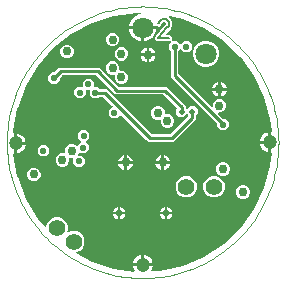
<source format=gbr>
G04 EAGLE Gerber RS-274X export*
G75*
%MOMM*%
%FSLAX35Y35*%
%LPD*%
%INcopper_layer2*%
%IPPOS*%
%AMOC8*
5,1,8,0,0,1.08239X$1,22.5*%
G01*
%ADD10C,0.010000*%
%ADD11C,0.152400*%
%ADD12C,1.800000*%
%ADD13C,1.408000*%
%ADD14C,0.750000*%
%ADD15C,1.200000*%
%ADD16C,0.550000*%
%ADD17C,0.254000*%
%ADD18C,0.500000*%

G36*
X-73578Y-1094811D02*
X-73578Y-1094811D01*
X-73143Y-1094792D01*
X-72502Y-1094522D01*
X-71830Y-1094341D01*
X-71475Y-1094089D01*
X-71075Y-1093921D01*
X-70568Y-1093445D01*
X-70000Y-1093041D01*
X-69755Y-1092681D01*
X-69438Y-1092384D01*
X-69128Y-1091760D01*
X-68737Y-1091185D01*
X-68633Y-1090764D01*
X-68438Y-1090374D01*
X-68365Y-1089681D01*
X-68198Y-1089006D01*
X-68247Y-1088574D01*
X-68201Y-1088142D01*
X-68373Y-1087466D01*
X-68452Y-1086776D01*
X-68664Y-1086325D01*
X-68755Y-1085966D01*
X-68998Y-1085615D01*
X-69255Y-1085069D01*
X-75681Y-1075451D01*
X-82118Y-1059912D01*
X-84547Y-1047699D01*
X-6351Y-1047699D01*
X-5706Y-1047583D01*
X-5050Y-1047564D01*
X-4609Y-1047386D01*
X-4142Y-1047302D01*
X-3577Y-1046968D01*
X-2969Y-1046723D01*
X-2618Y-1046403D01*
X-2208Y-1046161D01*
X-1794Y-1045651D01*
X-1311Y-1045210D01*
X-1093Y-1044788D01*
X-793Y-1044418D01*
X-582Y-1043796D01*
X-282Y-1043215D01*
X-201Y-1042671D01*
X-72Y-1042293D01*
X-84Y-1041893D01*
X-2Y-1041349D01*
X-2Y-1034998D01*
X2Y-1034998D01*
X2Y-1041349D01*
X118Y-1041994D01*
X137Y-1042650D01*
X315Y-1043091D01*
X399Y-1043559D01*
X732Y-1044123D01*
X978Y-1044732D01*
X1298Y-1045083D01*
X1540Y-1045492D01*
X2049Y-1045906D01*
X2491Y-1046390D01*
X2913Y-1046608D01*
X3282Y-1046908D01*
X3905Y-1047119D01*
X4486Y-1047418D01*
X5030Y-1047500D01*
X5408Y-1047628D01*
X5807Y-1047617D01*
X6351Y-1047699D01*
X84547Y-1047699D01*
X82118Y-1059912D01*
X75681Y-1075452D01*
X70699Y-1082907D01*
X70534Y-1083286D01*
X70288Y-1083618D01*
X70089Y-1084307D01*
X69802Y-1084965D01*
X69778Y-1085378D01*
X69663Y-1085774D01*
X69716Y-1086489D01*
X69676Y-1087206D01*
X69798Y-1087602D01*
X69828Y-1088013D01*
X70127Y-1088666D01*
X70338Y-1089351D01*
X70590Y-1089678D01*
X70762Y-1090055D01*
X71269Y-1090563D01*
X71706Y-1091131D01*
X72055Y-1091351D01*
X72348Y-1091644D01*
X73000Y-1091944D01*
X73607Y-1092325D01*
X74011Y-1092409D01*
X74387Y-1092582D01*
X75304Y-1092678D01*
X75805Y-1092782D01*
X76007Y-1092751D01*
X76263Y-1092778D01*
X147022Y-1089600D01*
X147471Y-1089498D01*
X148150Y-1089447D01*
X339215Y-1045838D01*
X339638Y-1045658D01*
X340297Y-1045486D01*
X520505Y-968461D01*
X520889Y-968209D01*
X521508Y-967922D01*
X685066Y-859958D01*
X685399Y-859641D01*
X685956Y-859248D01*
X827608Y-723815D01*
X827878Y-723445D01*
X828357Y-722958D01*
X943550Y-564408D01*
X943751Y-563993D01*
X944134Y-563431D01*
X1029166Y-386860D01*
X1029289Y-386418D01*
X1029566Y-385794D01*
X1081703Y-196878D01*
X1081738Y-196497D01*
X1081862Y-196132D01*
X1081857Y-195962D01*
X1081907Y-195758D01*
X1091232Y-92145D01*
X1091193Y-91709D01*
X1091250Y-91276D01*
X1091115Y-90683D01*
X1091108Y-90444D01*
X1091075Y-90362D01*
X1091035Y-89909D01*
X1090847Y-89514D01*
X1090749Y-89088D01*
X1090369Y-88508D01*
X1090072Y-87881D01*
X1089758Y-87576D01*
X1089518Y-87210D01*
X1088961Y-86800D01*
X1088463Y-86315D01*
X1088063Y-86138D01*
X1087711Y-85879D01*
X1087699Y-85876D01*
X1087699Y-6351D01*
X1087583Y-5706D01*
X1087564Y-5050D01*
X1087386Y-4609D01*
X1087302Y-4142D01*
X1086968Y-3577D01*
X1086723Y-2969D01*
X1086403Y-2618D01*
X1086161Y-2208D01*
X1085651Y-1794D01*
X1085210Y-1311D01*
X1084788Y-1093D01*
X1084418Y-793D01*
X1083796Y-582D01*
X1083215Y-282D01*
X1082671Y-201D01*
X1082293Y-72D01*
X1081893Y-84D01*
X1081349Y-2D01*
X1074998Y-2D01*
X1074998Y2D01*
X1081349Y2D01*
X1081994Y118D01*
X1082650Y137D01*
X1083091Y315D01*
X1083559Y399D01*
X1084123Y732D01*
X1084732Y978D01*
X1085083Y1298D01*
X1085492Y1540D01*
X1085906Y2049D01*
X1086390Y2491D01*
X1086608Y2913D01*
X1086908Y3282D01*
X1087119Y3905D01*
X1087418Y4486D01*
X1087500Y5030D01*
X1087628Y5408D01*
X1087617Y5807D01*
X1087699Y6351D01*
X1087699Y85932D01*
X1088032Y86049D01*
X1088369Y86328D01*
X1088758Y86528D01*
X1089227Y87039D01*
X1089761Y87481D01*
X1089979Y87860D01*
X1090275Y88183D01*
X1090536Y88826D01*
X1090882Y89426D01*
X1090955Y89857D01*
X1091120Y90263D01*
X1091172Y91136D01*
X1091257Y91639D01*
X1091215Y91861D01*
X1091232Y92145D01*
X1081906Y195758D01*
X1081785Y196201D01*
X1081703Y196878D01*
X1029566Y385794D01*
X1029367Y386209D01*
X1029166Y386860D01*
X944134Y563431D01*
X943864Y563803D01*
X943550Y564408D01*
X828357Y722958D01*
X828025Y723277D01*
X827608Y723815D01*
X685956Y859248D01*
X685572Y859503D01*
X685066Y859958D01*
X521507Y967922D01*
X521085Y968103D01*
X520505Y968461D01*
X340297Y1045486D01*
X339849Y1045589D01*
X339214Y1045838D01*
X228245Y1071166D01*
X228064Y1071174D01*
X227895Y1071235D01*
X226950Y1071226D01*
X226003Y1071271D01*
X225831Y1071216D01*
X225650Y1071214D01*
X224765Y1070876D01*
X223864Y1070588D01*
X223722Y1070477D01*
X223553Y1070413D01*
X222843Y1069789D01*
X222096Y1069205D01*
X222002Y1069051D01*
X221866Y1068932D01*
X221416Y1068098D01*
X220921Y1067292D01*
X220886Y1067115D01*
X220800Y1066956D01*
X220668Y1066020D01*
X220484Y1065090D01*
X220513Y1064912D01*
X220488Y1064733D01*
X220690Y1063811D01*
X220841Y1062874D01*
X220930Y1062717D01*
X220968Y1062540D01*
X221480Y1061744D01*
X221947Y1060920D01*
X222085Y1060804D01*
X222182Y1060652D01*
X223658Y1059477D01*
X232261Y1054510D01*
X250551Y1022830D01*
X250551Y989911D01*
X239026Y963019D01*
X229728Y954164D01*
X229555Y953927D01*
X229269Y953678D01*
X201240Y920702D01*
X200920Y920152D01*
X200519Y919659D01*
X200360Y919189D01*
X200111Y918761D01*
X200003Y918135D01*
X199798Y917533D01*
X199813Y917038D01*
X199728Y916549D01*
X199845Y915924D01*
X199863Y915289D01*
X200048Y914830D01*
X200139Y914342D01*
X200466Y913796D01*
X200704Y913208D01*
X201038Y912842D01*
X201293Y912416D01*
X201789Y912018D01*
X202217Y911549D01*
X202656Y911323D01*
X203044Y911012D01*
X203648Y910811D01*
X204212Y910521D01*
X204783Y910435D01*
X205174Y910305D01*
X205558Y910318D01*
X206078Y910240D01*
X234372Y910240D01*
X250551Y894061D01*
X250551Y871179D01*
X247711Y868339D01*
X247204Y867609D01*
X246643Y866919D01*
X246566Y866692D01*
X246430Y866497D01*
X246208Y865637D01*
X245922Y864793D01*
X245929Y864554D01*
X245869Y864323D01*
X245961Y863437D01*
X245986Y862549D01*
X246076Y862328D01*
X246100Y862090D01*
X246495Y861291D01*
X246828Y860468D01*
X246988Y860291D01*
X247094Y860077D01*
X247742Y859465D01*
X248340Y858809D01*
X248553Y858700D01*
X248726Y858536D01*
X249546Y858188D01*
X250336Y857781D01*
X250597Y857741D01*
X250793Y857658D01*
X251306Y857635D01*
X252201Y857500D01*
X289675Y857500D01*
X315510Y831665D01*
X316048Y831291D01*
X316525Y830841D01*
X316962Y830655D01*
X317353Y830383D01*
X317989Y830220D01*
X318592Y829964D01*
X319066Y829942D01*
X319527Y829823D01*
X320180Y829891D01*
X320834Y829861D01*
X321287Y830005D01*
X321760Y830054D01*
X322348Y830345D01*
X322972Y830544D01*
X323415Y830872D01*
X323773Y831048D01*
X324047Y831338D01*
X324489Y831665D01*
X350324Y857500D01*
X389675Y857500D01*
X417500Y829675D01*
X417500Y790324D01*
X389675Y762499D01*
X350324Y762499D01*
X324489Y788334D01*
X323952Y788708D01*
X323474Y789159D01*
X323037Y789345D01*
X322646Y789616D01*
X322011Y789780D01*
X321408Y790036D01*
X320933Y790058D01*
X320473Y790177D01*
X319820Y790109D01*
X319165Y790139D01*
X318713Y789994D01*
X318240Y789945D01*
X317652Y789655D01*
X317027Y789455D01*
X316585Y789128D01*
X316227Y788952D01*
X315953Y788661D01*
X315510Y788334D01*
X304560Y777384D01*
X304319Y777038D01*
X304009Y776755D01*
X303684Y776125D01*
X303278Y775541D01*
X303173Y775133D01*
X302981Y774760D01*
X302846Y773866D01*
X302718Y773368D01*
X302740Y773157D01*
X302700Y772895D01*
X302700Y581175D01*
X302775Y580761D01*
X302755Y580341D01*
X302832Y580102D01*
X302835Y579988D01*
X302976Y579638D01*
X303097Y578966D01*
X303311Y578604D01*
X303439Y578203D01*
X303978Y577473D01*
X304238Y577032D01*
X304402Y576899D01*
X304560Y576685D01*
X581660Y299585D01*
X582391Y299077D01*
X583081Y298516D01*
X583308Y298439D01*
X583503Y298303D01*
X584364Y298081D01*
X585207Y297795D01*
X585446Y297802D01*
X585677Y297743D01*
X586563Y297834D01*
X587451Y297860D01*
X587672Y297949D01*
X587910Y297974D01*
X588709Y298368D01*
X589532Y298701D01*
X589708Y298861D01*
X589923Y298968D01*
X590537Y299617D01*
X591191Y300214D01*
X591300Y300425D01*
X591464Y300600D01*
X591813Y301421D01*
X592219Y302209D01*
X592258Y302471D01*
X592341Y302666D01*
X592365Y303179D01*
X592499Y304074D01*
X592499Y321438D01*
X601253Y342571D01*
X617429Y358747D01*
X638562Y367500D01*
X661438Y367500D01*
X682571Y358747D01*
X698747Y342571D01*
X707500Y321438D01*
X707500Y298562D01*
X698747Y277429D01*
X682571Y261253D01*
X661438Y252499D01*
X644074Y252499D01*
X643201Y252343D01*
X642314Y252251D01*
X642100Y252145D01*
X641865Y252103D01*
X641101Y251652D01*
X640301Y251257D01*
X640137Y251083D01*
X639932Y250962D01*
X639372Y250273D01*
X638760Y249625D01*
X638667Y249404D01*
X638516Y249219D01*
X638230Y248376D01*
X637883Y247558D01*
X637872Y247320D01*
X637795Y247093D01*
X637821Y246203D01*
X637780Y245316D01*
X637853Y245088D01*
X637860Y244849D01*
X638193Y244026D01*
X638464Y243178D01*
X638622Y242963D01*
X638701Y242768D01*
X639046Y242390D01*
X639585Y241660D01*
X681885Y199360D01*
X682231Y199119D01*
X682514Y198809D01*
X683144Y198484D01*
X683728Y198078D01*
X684137Y197973D01*
X684510Y197781D01*
X685404Y197646D01*
X685902Y197518D01*
X686113Y197540D01*
X686375Y197500D01*
X699675Y197500D01*
X727500Y169675D01*
X727500Y130324D01*
X699675Y102499D01*
X660324Y102499D01*
X632499Y130324D01*
X632499Y153625D01*
X632425Y154038D01*
X632444Y154459D01*
X632228Y155136D01*
X632103Y155834D01*
X631889Y156196D01*
X631761Y156597D01*
X631222Y157327D01*
X630962Y157768D01*
X630798Y157901D01*
X630640Y158114D01*
X237299Y551455D01*
X237299Y772895D01*
X237225Y773308D01*
X237244Y773729D01*
X237028Y774406D01*
X236903Y775104D01*
X236689Y775466D01*
X236561Y775868D01*
X236021Y776597D01*
X235762Y777038D01*
X235598Y777171D01*
X235440Y777384D01*
X222499Y790324D01*
X222499Y829675D01*
X236985Y844160D01*
X237493Y844891D01*
X238053Y845581D01*
X238130Y845807D01*
X238267Y846003D01*
X238489Y846865D01*
X238774Y847707D01*
X238767Y847946D01*
X238827Y848177D01*
X238735Y849063D01*
X238710Y849951D01*
X238620Y850172D01*
X238596Y850410D01*
X238201Y851209D01*
X237868Y852032D01*
X237708Y852208D01*
X237602Y852423D01*
X236953Y853035D01*
X236356Y853691D01*
X236144Y853800D01*
X235970Y853964D01*
X235148Y854313D01*
X234360Y854719D01*
X234098Y854758D01*
X233903Y854841D01*
X233390Y854865D01*
X232495Y854999D01*
X133995Y854999D01*
X133770Y854959D01*
X133482Y854979D01*
X123126Y854139D01*
X122305Y854616D01*
X122144Y854644D01*
X121999Y854719D01*
X121364Y854814D01*
X114062Y862117D01*
X113874Y862247D01*
X113685Y862465D01*
X105768Y869193D01*
X105525Y870112D01*
X105430Y870247D01*
X105380Y870403D01*
X104999Y870918D01*
X104999Y881245D01*
X104959Y881470D01*
X104979Y881758D01*
X104139Y892114D01*
X104616Y892934D01*
X104644Y893096D01*
X104719Y893241D01*
X104814Y893876D01*
X112117Y901178D01*
X112248Y901366D01*
X112465Y901556D01*
X180555Y981662D01*
X180598Y981735D01*
X180663Y981792D01*
X181158Y982699D01*
X181684Y983603D01*
X181699Y983687D01*
X181739Y983762D01*
X181946Y984942D01*
X189039Y991697D01*
X189213Y991934D01*
X189498Y992183D01*
X192329Y995514D01*
X192332Y995518D01*
X192336Y995521D01*
X193328Y997125D01*
X194599Y1000093D01*
X194603Y1000110D01*
X194613Y1000124D01*
X195080Y1001952D01*
X195278Y1003898D01*
X195238Y1004411D01*
X195256Y1005368D01*
X195029Y1007095D01*
X194937Y1007383D01*
X194923Y1007685D01*
X194489Y1008788D01*
X194347Y1009233D01*
X194281Y1009318D01*
X194233Y1009441D01*
X192506Y1012431D01*
X192045Y1012978D01*
X191658Y1013580D01*
X191286Y1013875D01*
X191058Y1014146D01*
X190676Y1014361D01*
X190182Y1014755D01*
X187192Y1016482D01*
X186908Y1016584D01*
X186658Y1016757D01*
X185519Y1017084D01*
X185080Y1017243D01*
X184972Y1017242D01*
X184846Y1017278D01*
X183119Y1017505D01*
X182607Y1017481D01*
X181627Y1017524D01*
X177831Y1017125D01*
X177781Y1017111D01*
X177729Y1017113D01*
X175911Y1016610D01*
X168978Y1013521D01*
X168658Y1013303D01*
X168296Y1013166D01*
X167544Y1012547D01*
X167121Y1012259D01*
X167016Y1012111D01*
X166841Y1011967D01*
X161765Y1006322D01*
X161737Y1006278D01*
X161697Y1006245D01*
X160683Y1004654D01*
X159134Y1001167D01*
X159065Y1000883D01*
X158896Y1000545D01*
X155371Y989661D01*
X134993Y979253D01*
X123706Y982909D01*
X123189Y982980D01*
X122693Y983148D01*
X122084Y983130D01*
X121482Y983213D01*
X120972Y983098D01*
X120449Y983083D01*
X119885Y982856D01*
X119291Y982723D01*
X119254Y982699D01*
X6351Y982699D01*
X5706Y982583D01*
X5050Y982564D01*
X4609Y982386D01*
X4142Y982302D01*
X3577Y981968D01*
X2969Y981723D01*
X2618Y981403D01*
X2208Y981161D01*
X1794Y980651D01*
X1311Y980210D01*
X1093Y979788D01*
X793Y979418D01*
X582Y978796D01*
X282Y978215D01*
X201Y977671D01*
X72Y977293D01*
X84Y976893D01*
X2Y976349D01*
X2Y969998D01*
X-2Y969998D01*
X-2Y976349D01*
X-118Y976994D01*
X-137Y977650D01*
X-315Y978091D01*
X-399Y978559D01*
X-732Y979123D01*
X-978Y979732D01*
X-1298Y980083D01*
X-1540Y980492D01*
X-2049Y980906D01*
X-2491Y981390D01*
X-2913Y981608D01*
X-3282Y981908D01*
X-3905Y982119D01*
X-4486Y982418D01*
X-5030Y982500D01*
X-5408Y982628D01*
X-5807Y982617D01*
X-6351Y982699D01*
X-114828Y982699D01*
X-112559Y997022D01*
X-106945Y1014300D01*
X-98700Y1030481D01*
X-88022Y1045179D01*
X-75179Y1058022D01*
X-60481Y1068700D01*
X-44300Y1076945D01*
X-27022Y1082559D01*
X-15831Y1084331D01*
X-15369Y1084492D01*
X-14884Y1084557D01*
X-14318Y1084858D01*
X-13711Y1085069D01*
X-13333Y1085381D01*
X-12902Y1085610D01*
X-12475Y1086089D01*
X-11980Y1086498D01*
X-11735Y1086922D01*
X-11409Y1087287D01*
X-11176Y1087885D01*
X-10854Y1088441D01*
X-10772Y1088923D01*
X-10594Y1089379D01*
X-10584Y1090021D01*
X-10475Y1090653D01*
X-10566Y1091133D01*
X-10558Y1091623D01*
X-10771Y1092229D01*
X-10890Y1092859D01*
X-11141Y1093278D01*
X-11304Y1093740D01*
X-11716Y1094234D01*
X-12046Y1094784D01*
X-12428Y1095089D01*
X-12741Y1095465D01*
X-13299Y1095785D01*
X-13800Y1096185D01*
X-14264Y1096338D01*
X-14689Y1096582D01*
X-15463Y1096734D01*
X-15932Y1096889D01*
X-16238Y1096886D01*
X-16540Y1096946D01*
X-48759Y1098393D01*
X-49216Y1098332D01*
X-49896Y1098341D01*
X-244101Y1072034D01*
X-244538Y1071893D01*
X-245211Y1071781D01*
X-431597Y1011221D01*
X-432003Y1011003D01*
X-432644Y1010773D01*
X-605222Y917905D01*
X-605582Y917618D01*
X-606172Y917278D01*
X-759394Y795087D01*
X-759697Y794742D01*
X-760217Y794301D01*
X-889158Y646715D01*
X-889395Y646320D01*
X-889828Y645794D01*
X-990345Y477556D01*
X-990507Y477125D01*
X-990838Y476531D01*
X-1059700Y293049D01*
X-1059783Y292597D01*
X-1060003Y291952D01*
X-1094997Y99123D01*
X-1094998Y98663D01*
X-1095099Y97989D01*
X-1095099Y80812D01*
X-1095072Y80663D01*
X-1095092Y80512D01*
X-1094874Y79562D01*
X-1094702Y78603D01*
X-1094625Y78473D01*
X-1094591Y78324D01*
X-1094055Y77507D01*
X-1093561Y76669D01*
X-1093443Y76573D01*
X-1093360Y76447D01*
X-1092575Y75868D01*
X-1091818Y75254D01*
X-1091675Y75205D01*
X-1091553Y75115D01*
X-1090617Y74846D01*
X-1089693Y74533D01*
X-1089541Y74538D01*
X-1089395Y74496D01*
X-1087699Y74576D01*
X-1087699Y-3648D01*
X-1087583Y-4293D01*
X-1087564Y-4949D01*
X-1087386Y-5390D01*
X-1087302Y-5858D01*
X-1086968Y-6423D01*
X-1086723Y-7031D01*
X-1086403Y-7382D01*
X-1086161Y-7791D01*
X-1085651Y-8205D01*
X-1085210Y-8689D01*
X-1084788Y-8907D01*
X-1084418Y-9207D01*
X-1083796Y-9418D01*
X-1083215Y-9718D01*
X-1082671Y-9799D01*
X-1082293Y-9928D01*
X-1081893Y-9916D01*
X-1081349Y-9998D01*
X-1074998Y-9998D01*
X-1074998Y-10002D01*
X-1081349Y-10002D01*
X-1081994Y-10118D01*
X-1082650Y-10137D01*
X-1083091Y-10315D01*
X-1083559Y-10399D01*
X-1084123Y-10732D01*
X-1084732Y-10978D01*
X-1085083Y-11298D01*
X-1085492Y-11540D01*
X-1085906Y-12049D01*
X-1086390Y-12491D01*
X-1086608Y-12913D01*
X-1086908Y-13282D01*
X-1087119Y-13905D01*
X-1087418Y-14486D01*
X-1087500Y-15030D01*
X-1087628Y-15408D01*
X-1087617Y-15807D01*
X-1087699Y-16351D01*
X-1087699Y-94677D01*
X-1088411Y-94571D01*
X-1088813Y-94656D01*
X-1089224Y-94648D01*
X-1089904Y-94887D01*
X-1090608Y-95035D01*
X-1090955Y-95255D01*
X-1091343Y-95390D01*
X-1091896Y-95849D01*
X-1092506Y-96234D01*
X-1092755Y-96562D01*
X-1093071Y-96823D01*
X-1093430Y-97446D01*
X-1093867Y-98019D01*
X-1093987Y-98412D01*
X-1094193Y-98768D01*
X-1094313Y-99478D01*
X-1094523Y-100166D01*
X-1094508Y-100635D01*
X-1094567Y-100981D01*
X-1094485Y-101416D01*
X-1094465Y-102052D01*
X-1060003Y-291952D01*
X-1059842Y-292383D01*
X-1059700Y-293049D01*
X-990838Y-476531D01*
X-990604Y-476925D01*
X-990345Y-477556D01*
X-889828Y-645794D01*
X-889526Y-646140D01*
X-889158Y-646715D01*
X-826531Y-718398D01*
X-826002Y-718822D01*
X-825817Y-719024D01*
X-825627Y-719122D01*
X-824819Y-719779D01*
X-824797Y-719786D01*
X-824779Y-719801D01*
X-823743Y-720143D01*
X-822693Y-720499D01*
X-822669Y-720499D01*
X-822648Y-720506D01*
X-821563Y-720467D01*
X-820449Y-720435D01*
X-820427Y-720426D01*
X-820404Y-720425D01*
X-819387Y-720006D01*
X-818368Y-719594D01*
X-818351Y-719578D01*
X-818329Y-719569D01*
X-817502Y-718804D01*
X-816709Y-718081D01*
X-816699Y-718061D01*
X-816681Y-718045D01*
X-816174Y-717043D01*
X-815681Y-716086D01*
X-815677Y-716061D01*
X-815667Y-716042D01*
X-815646Y-715854D01*
X-815535Y-715116D01*
X-815471Y-714927D01*
X-815476Y-714727D01*
X-815400Y-714220D01*
X-815400Y-707018D01*
X-801638Y-673792D01*
X-776208Y-648362D01*
X-742982Y-634599D01*
X-707018Y-634599D01*
X-673792Y-648362D01*
X-648362Y-673792D01*
X-634599Y-707018D01*
X-634599Y-742982D01*
X-638591Y-752617D01*
X-638781Y-753487D01*
X-639034Y-754338D01*
X-639019Y-754577D01*
X-639070Y-754810D01*
X-638945Y-755691D01*
X-638887Y-756578D01*
X-638789Y-756797D01*
X-638755Y-757033D01*
X-638332Y-757815D01*
X-637968Y-758627D01*
X-637801Y-758797D01*
X-637688Y-759008D01*
X-637018Y-759594D01*
X-636395Y-760228D01*
X-636178Y-760330D01*
X-635999Y-760487D01*
X-635168Y-760804D01*
X-634363Y-761181D01*
X-634125Y-761201D01*
X-633901Y-761286D01*
X-633011Y-761294D01*
X-632125Y-761368D01*
X-631868Y-761304D01*
X-631657Y-761306D01*
X-631174Y-761132D01*
X-630295Y-760913D01*
X-602982Y-749599D01*
X-567018Y-749599D01*
X-533792Y-763362D01*
X-508362Y-788792D01*
X-494599Y-822018D01*
X-494599Y-857982D01*
X-508362Y-891208D01*
X-533792Y-916638D01*
X-563127Y-928788D01*
X-563608Y-929097D01*
X-564138Y-929318D01*
X-564547Y-929699D01*
X-565017Y-930001D01*
X-565361Y-930458D01*
X-565779Y-930848D01*
X-566030Y-931348D01*
X-566366Y-931794D01*
X-566529Y-932343D01*
X-566786Y-932855D01*
X-566848Y-933411D01*
X-567007Y-933946D01*
X-566969Y-934517D01*
X-567032Y-935086D01*
X-566896Y-935628D01*
X-566859Y-936186D01*
X-566625Y-936708D01*
X-566486Y-937264D01*
X-566169Y-937725D01*
X-565941Y-938234D01*
X-565539Y-938643D01*
X-565216Y-939115D01*
X-564685Y-939512D01*
X-564368Y-939836D01*
X-564062Y-939979D01*
X-563706Y-940246D01*
X-432644Y-1010773D01*
X-432207Y-1010916D01*
X-431597Y-1011221D01*
X-245211Y-1071781D01*
X-244753Y-1071844D01*
X-244101Y-1072034D01*
X-75386Y-1094888D01*
X-74690Y-1094858D01*
X-73998Y-1094923D01*
X-73578Y-1094811D01*
G37*
%LPC*%
G36*
X50399Y2300D02*
X50399Y2300D01*
X29384Y23314D01*
X-181660Y234359D01*
X-182391Y234867D01*
X-183081Y235428D01*
X-183308Y235505D01*
X-183503Y235641D01*
X-184364Y235863D01*
X-185207Y236149D01*
X-185446Y236142D01*
X-185677Y236202D01*
X-186563Y236110D01*
X-187451Y236084D01*
X-187672Y235995D01*
X-187910Y235970D01*
X-188709Y235576D01*
X-189532Y235243D01*
X-189708Y235083D01*
X-189923Y234977D01*
X-190537Y234327D01*
X-191191Y233730D01*
X-191300Y233519D01*
X-191464Y233344D01*
X-191813Y232523D01*
X-192219Y231735D01*
X-192258Y231473D01*
X-192341Y231278D01*
X-192365Y230765D01*
X-192419Y230405D01*
X-220324Y202499D01*
X-259675Y202499D01*
X-287500Y230324D01*
X-287500Y269675D01*
X-259576Y297600D01*
X-259256Y297657D01*
X-258370Y297749D01*
X-258155Y297855D01*
X-257921Y297897D01*
X-257157Y298348D01*
X-256357Y298743D01*
X-256192Y298917D01*
X-255987Y299038D01*
X-255428Y299727D01*
X-254816Y300375D01*
X-254722Y300595D01*
X-254572Y300781D01*
X-254286Y301624D01*
X-253939Y302442D01*
X-253928Y302680D01*
X-253851Y302907D01*
X-253877Y303796D01*
X-253836Y304684D01*
X-253908Y304912D01*
X-253915Y305151D01*
X-254248Y305974D01*
X-254519Y306822D01*
X-254678Y307036D01*
X-254757Y307232D01*
X-255101Y307610D01*
X-255640Y308339D01*
X-332741Y385440D01*
X-333087Y385680D01*
X-333370Y385991D01*
X-334000Y386315D01*
X-334584Y386722D01*
X-334992Y386827D01*
X-335365Y387019D01*
X-336260Y387153D01*
X-336758Y387282D01*
X-336969Y387260D01*
X-337231Y387299D01*
X-362894Y387299D01*
X-363308Y387225D01*
X-363729Y387244D01*
X-364406Y387028D01*
X-365104Y386903D01*
X-365466Y386689D01*
X-365867Y386561D01*
X-366596Y386022D01*
X-367037Y385762D01*
X-367171Y385598D01*
X-367384Y385440D01*
X-380324Y372499D01*
X-419675Y372499D01*
X-447500Y400324D01*
X-447500Y436150D01*
X-447616Y436795D01*
X-447635Y437451D01*
X-447813Y437892D01*
X-447897Y438359D01*
X-448231Y438924D01*
X-448476Y439532D01*
X-448796Y439883D01*
X-449038Y440293D01*
X-449548Y440707D01*
X-449989Y441191D01*
X-450411Y441408D01*
X-450781Y441708D01*
X-451403Y441919D01*
X-451984Y442219D01*
X-452528Y442301D01*
X-452907Y442429D01*
X-453306Y442418D01*
X-453850Y442499D01*
X-476150Y442499D01*
X-476795Y442383D01*
X-477451Y442365D01*
X-477892Y442187D01*
X-478359Y442103D01*
X-478924Y441769D01*
X-479532Y441523D01*
X-479883Y441203D01*
X-480293Y440962D01*
X-480707Y440452D01*
X-481191Y440011D01*
X-481408Y439589D01*
X-481708Y439219D01*
X-481919Y438597D01*
X-482219Y438015D01*
X-482301Y437472D01*
X-482429Y437093D01*
X-482418Y436694D01*
X-482499Y436150D01*
X-482499Y400324D01*
X-510324Y372499D01*
X-549675Y372499D01*
X-577500Y400324D01*
X-577500Y439675D01*
X-549675Y467500D01*
X-513850Y467500D01*
X-513205Y467616D01*
X-512549Y467635D01*
X-512108Y467813D01*
X-511640Y467897D01*
X-511076Y468231D01*
X-510468Y468476D01*
X-510117Y468796D01*
X-509707Y469038D01*
X-509293Y469548D01*
X-508809Y469989D01*
X-508592Y470411D01*
X-508291Y470781D01*
X-508080Y471403D01*
X-507781Y471984D01*
X-507699Y472528D01*
X-507571Y472907D01*
X-507582Y473306D01*
X-507500Y473850D01*
X-507500Y509675D01*
X-479675Y537500D01*
X-440324Y537500D01*
X-412499Y509675D01*
X-412499Y473850D01*
X-412383Y473205D01*
X-412365Y472549D01*
X-412187Y472108D01*
X-412103Y471640D01*
X-411769Y471076D01*
X-411523Y470468D01*
X-411203Y470117D01*
X-410962Y469707D01*
X-410452Y469293D01*
X-410011Y468809D01*
X-409589Y468592D01*
X-409219Y468291D01*
X-408597Y468080D01*
X-408015Y467781D01*
X-407472Y467699D01*
X-407093Y467571D01*
X-406694Y467582D01*
X-406150Y467500D01*
X-380324Y467500D01*
X-367384Y454560D01*
X-367038Y454319D01*
X-366755Y454009D01*
X-366125Y453684D01*
X-365541Y453278D01*
X-365133Y453173D01*
X-364760Y452981D01*
X-363865Y452846D01*
X-363367Y452718D01*
X-363156Y452740D01*
X-362894Y452700D01*
X-307510Y452700D01*
X75630Y69560D01*
X75976Y69319D01*
X76259Y69009D01*
X76889Y68684D01*
X77473Y68278D01*
X77881Y68173D01*
X78254Y67981D01*
X79148Y67846D01*
X79647Y67718D01*
X79858Y67740D01*
X80119Y67700D01*
X228825Y67700D01*
X229238Y67775D01*
X229659Y67755D01*
X230336Y67972D01*
X231034Y68097D01*
X231396Y68311D01*
X231797Y68439D01*
X232527Y68978D01*
X232968Y69238D01*
X233101Y69402D01*
X233314Y69560D01*
X385440Y221685D01*
X385680Y222031D01*
X385991Y222314D01*
X386315Y222944D01*
X386722Y223528D01*
X386827Y223937D01*
X387019Y224310D01*
X387118Y224967D01*
X387141Y225022D01*
X387148Y225167D01*
X387153Y225204D01*
X387282Y225702D01*
X387260Y225913D01*
X387299Y226175D01*
X387299Y226430D01*
X387225Y226844D01*
X387244Y227264D01*
X387061Y227839D01*
X387051Y227935D01*
X387017Y228004D01*
X386903Y228639D01*
X386689Y229001D01*
X386561Y229403D01*
X386022Y230132D01*
X385762Y230573D01*
X385598Y230706D01*
X385440Y230920D01*
X379490Y236870D01*
X379217Y237060D01*
X379167Y237114D01*
X379057Y237171D01*
X378952Y237244D01*
X378475Y237695D01*
X378037Y237881D01*
X377647Y238152D01*
X377012Y238315D01*
X376408Y238572D01*
X375934Y238593D01*
X375473Y238712D01*
X374820Y238645D01*
X374166Y238675D01*
X373713Y238530D01*
X373240Y238481D01*
X372652Y238191D01*
X372028Y237991D01*
X371584Y237663D01*
X371227Y237487D01*
X370954Y237198D01*
X370510Y236870D01*
X348640Y214999D01*
X311360Y214999D01*
X284999Y241360D01*
X284999Y278640D01*
X288068Y281708D01*
X288441Y282245D01*
X288892Y282723D01*
X289078Y283161D01*
X289349Y283550D01*
X289513Y284185D01*
X289769Y284789D01*
X289791Y285263D01*
X289910Y285724D01*
X289842Y286377D01*
X289872Y287032D01*
X289728Y287484D01*
X289678Y287957D01*
X289388Y288545D01*
X289188Y289170D01*
X288861Y289613D01*
X288685Y289970D01*
X288395Y290243D01*
X288068Y290687D01*
X175164Y403590D01*
X174818Y403830D01*
X174535Y404141D01*
X173905Y404465D01*
X173321Y404872D01*
X172913Y404977D01*
X172540Y405169D01*
X171646Y405303D01*
X171148Y405432D01*
X170937Y405410D01*
X170675Y405449D01*
X-233545Y405449D01*
X-393535Y565440D01*
X-393881Y565680D01*
X-394164Y565991D01*
X-394794Y566315D01*
X-395378Y566722D01*
X-395787Y566827D01*
X-396160Y567019D01*
X-397054Y567153D01*
X-397552Y567282D01*
X-397763Y567260D01*
X-398025Y567299D01*
X-678825Y567299D01*
X-679238Y567225D01*
X-679659Y567244D01*
X-680336Y567028D01*
X-681034Y566903D01*
X-681396Y566689D01*
X-681797Y566561D01*
X-682527Y566022D01*
X-682968Y565762D01*
X-683101Y565598D01*
X-683314Y565440D01*
X-700640Y548114D01*
X-700880Y547768D01*
X-701191Y547485D01*
X-701515Y546855D01*
X-701922Y546271D01*
X-702027Y545863D01*
X-702219Y545490D01*
X-702353Y544596D01*
X-702482Y544098D01*
X-702460Y543887D01*
X-702499Y543625D01*
X-702499Y525324D01*
X-730324Y497499D01*
X-769675Y497499D01*
X-797500Y525324D01*
X-797500Y564675D01*
X-769675Y592500D01*
X-751375Y592500D01*
X-750961Y592575D01*
X-750541Y592555D01*
X-749864Y592772D01*
X-749166Y592897D01*
X-748804Y593111D01*
X-748403Y593239D01*
X-747673Y593778D01*
X-747232Y594038D01*
X-747099Y594202D01*
X-746885Y594360D01*
X-708545Y632700D01*
X-368305Y632700D01*
X-208314Y472710D01*
X-207968Y472469D01*
X-207685Y472159D01*
X-207055Y471834D01*
X-206471Y471428D01*
X-206063Y471323D01*
X-205690Y471131D01*
X-204796Y470996D01*
X-204298Y470868D01*
X-204087Y470890D01*
X-203825Y470850D01*
X200395Y470850D01*
X362700Y308545D01*
X362700Y293570D01*
X362775Y293156D01*
X362755Y292735D01*
X362972Y292058D01*
X363097Y291360D01*
X363311Y290998D01*
X363439Y290597D01*
X363978Y289868D01*
X364238Y289427D01*
X364402Y289293D01*
X364560Y289080D01*
X370510Y283130D01*
X371048Y282756D01*
X371525Y282305D01*
X371963Y282119D01*
X372353Y281848D01*
X372989Y281684D01*
X373592Y281428D01*
X374066Y281406D01*
X374527Y281288D01*
X375180Y281355D01*
X375834Y281325D01*
X376287Y281470D01*
X376760Y281519D01*
X377348Y281809D01*
X377973Y282009D01*
X378416Y282336D01*
X378773Y282513D01*
X379047Y282803D01*
X379490Y283130D01*
X401360Y305000D01*
X438640Y305000D01*
X465000Y278640D01*
X465000Y241360D01*
X454560Y230920D01*
X454319Y230574D01*
X454009Y230291D01*
X453684Y229661D01*
X453278Y229077D01*
X453173Y228668D01*
X452981Y228295D01*
X452846Y227401D01*
X452718Y226903D01*
X452740Y226692D01*
X452700Y226430D01*
X452700Y196455D01*
X279560Y23314D01*
X258545Y2300D01*
X50399Y2300D01*
G37*
%LPD*%
%LPC*%
G36*
X-691438Y-207500D02*
X-691438Y-207500D01*
X-712571Y-198747D01*
X-728747Y-182571D01*
X-737500Y-161438D01*
X-737500Y-138562D01*
X-728747Y-117429D01*
X-712571Y-101253D01*
X-691438Y-92499D01*
X-668563Y-92499D01*
X-666280Y-93445D01*
X-665525Y-93610D01*
X-664793Y-93858D01*
X-664436Y-93848D01*
X-664087Y-93924D01*
X-663322Y-93816D01*
X-662549Y-93794D01*
X-662218Y-93660D01*
X-661864Y-93610D01*
X-661184Y-93242D01*
X-660468Y-92953D01*
X-660204Y-92712D01*
X-659889Y-92542D01*
X-659379Y-91959D01*
X-658809Y-91440D01*
X-658646Y-91123D01*
X-658410Y-90854D01*
X-658133Y-90129D01*
X-657781Y-89444D01*
X-657721Y-89046D01*
X-657610Y-88756D01*
X-657606Y-88283D01*
X-657500Y-87579D01*
X-657500Y-63562D01*
X-648747Y-42429D01*
X-632571Y-26253D01*
X-611438Y-17499D01*
X-588562Y-17499D01*
X-567429Y-26253D01*
X-562339Y-31343D01*
X-561609Y-31850D01*
X-560919Y-32412D01*
X-560692Y-32488D01*
X-560497Y-32624D01*
X-559637Y-32846D01*
X-558793Y-33132D01*
X-558554Y-33125D01*
X-558323Y-33185D01*
X-557437Y-33093D01*
X-556549Y-33068D01*
X-556328Y-32978D01*
X-556090Y-32954D01*
X-555291Y-32559D01*
X-554468Y-32227D01*
X-554291Y-32066D01*
X-554077Y-31960D01*
X-553465Y-31313D01*
X-552809Y-30714D01*
X-552700Y-30502D01*
X-552536Y-30328D01*
X-552188Y-29509D01*
X-551781Y-28718D01*
X-551741Y-28456D01*
X-551658Y-28261D01*
X-551635Y-27748D01*
X-551500Y-26853D01*
X-551500Y-26324D01*
X-522165Y3010D01*
X-521791Y3548D01*
X-521341Y4025D01*
X-521155Y4463D01*
X-520883Y4853D01*
X-520720Y5489D01*
X-520464Y6092D01*
X-520442Y6566D01*
X-520323Y7027D01*
X-520391Y7680D01*
X-520361Y8334D01*
X-520505Y8787D01*
X-520554Y9260D01*
X-520844Y9848D01*
X-521044Y10473D01*
X-521372Y10916D01*
X-521548Y11273D01*
X-521838Y11547D01*
X-522165Y11990D01*
X-546500Y36324D01*
X-546500Y75675D01*
X-518675Y103500D01*
X-479324Y103500D01*
X-451499Y75675D01*
X-451499Y36324D01*
X-480834Y6990D01*
X-481208Y6452D01*
X-481659Y5975D01*
X-481845Y5538D01*
X-482116Y5147D01*
X-482280Y4511D01*
X-482536Y3908D01*
X-482558Y3434D01*
X-482677Y2973D01*
X-482609Y2320D01*
X-482639Y1666D01*
X-482494Y1213D01*
X-482445Y740D01*
X-482155Y152D01*
X-481955Y-473D01*
X-481628Y-916D01*
X-481452Y-1273D01*
X-481162Y-1547D01*
X-480834Y-1990D01*
X-456499Y-26324D01*
X-456499Y-65675D01*
X-484324Y-93500D01*
X-523675Y-93500D01*
X-532335Y-84840D01*
X-532970Y-84398D01*
X-533551Y-83890D01*
X-533885Y-83763D01*
X-534178Y-83558D01*
X-534927Y-83365D01*
X-535648Y-83090D01*
X-536005Y-83087D01*
X-536352Y-82998D01*
X-537123Y-83078D01*
X-537893Y-83071D01*
X-538229Y-83192D01*
X-538585Y-83229D01*
X-539278Y-83571D01*
X-540005Y-83834D01*
X-540278Y-84065D01*
X-540598Y-84223D01*
X-541128Y-84784D01*
X-541718Y-85284D01*
X-541927Y-85630D01*
X-542139Y-85855D01*
X-542324Y-86290D01*
X-542691Y-86900D01*
X-549658Y-103720D01*
X-549823Y-104473D01*
X-550071Y-105207D01*
X-550061Y-105565D01*
X-550137Y-105913D01*
X-550029Y-106678D01*
X-550007Y-107451D01*
X-549873Y-107783D01*
X-549823Y-108136D01*
X-549455Y-108816D01*
X-549166Y-109532D01*
X-548925Y-109796D01*
X-548755Y-110111D01*
X-548173Y-110620D01*
X-547653Y-111191D01*
X-547335Y-111354D01*
X-547066Y-111590D01*
X-546344Y-111865D01*
X-545658Y-112219D01*
X-545258Y-112279D01*
X-544969Y-112389D01*
X-544497Y-112393D01*
X-543792Y-112499D01*
X-520324Y-112499D01*
X-492499Y-140324D01*
X-492499Y-179675D01*
X-520324Y-207500D01*
X-559675Y-207500D01*
X-587500Y-179675D01*
X-587500Y-138850D01*
X-587616Y-138205D01*
X-587635Y-137549D01*
X-587813Y-137108D01*
X-587897Y-136640D01*
X-588231Y-136076D01*
X-588476Y-135468D01*
X-588796Y-135117D01*
X-589038Y-134707D01*
X-589548Y-134293D01*
X-589989Y-133809D01*
X-590411Y-133592D01*
X-590781Y-133291D01*
X-591403Y-133080D01*
X-591984Y-132781D01*
X-592528Y-132699D01*
X-592907Y-132571D01*
X-593306Y-132582D01*
X-593850Y-132500D01*
X-611437Y-132500D01*
X-613720Y-131555D01*
X-614475Y-131390D01*
X-615207Y-131142D01*
X-615564Y-131152D01*
X-615913Y-131076D01*
X-616678Y-131184D01*
X-617451Y-131206D01*
X-617782Y-131340D01*
X-618136Y-131390D01*
X-618816Y-131758D01*
X-619532Y-132047D01*
X-619796Y-132288D01*
X-620110Y-132458D01*
X-620621Y-133040D01*
X-621191Y-133560D01*
X-621354Y-133876D01*
X-621590Y-134146D01*
X-621866Y-134871D01*
X-622219Y-135555D01*
X-622279Y-135954D01*
X-622389Y-136244D01*
X-622393Y-136716D01*
X-622499Y-137421D01*
X-622499Y-161438D01*
X-631253Y-182571D01*
X-647429Y-198747D01*
X-668562Y-207500D01*
X-691438Y-207500D01*
G37*
%LPD*%
%LPC*%
G36*
X513119Y639999D02*
X513119Y639999D01*
X472690Y656746D01*
X441746Y687690D01*
X424999Y728119D01*
X424999Y771881D01*
X441746Y812310D01*
X472690Y843254D01*
X513119Y860000D01*
X556881Y860000D01*
X597310Y843254D01*
X628254Y812310D01*
X645000Y771881D01*
X645000Y728119D01*
X628254Y687690D01*
X597310Y656746D01*
X556881Y639999D01*
X513119Y639999D01*
G37*
%LPD*%
%LPC*%
G36*
X352018Y-465400D02*
X352018Y-465400D01*
X318792Y-451638D01*
X293362Y-426208D01*
X279599Y-392982D01*
X279599Y-357018D01*
X293362Y-323792D01*
X318792Y-298362D01*
X352018Y-284599D01*
X387982Y-284599D01*
X421208Y-298362D01*
X446638Y-323792D01*
X460400Y-357018D01*
X460400Y-392982D01*
X446638Y-426208D01*
X421208Y-451638D01*
X387982Y-465400D01*
X352018Y-465400D01*
G37*
%LPD*%
%LPC*%
G36*
X587018Y-465400D02*
X587018Y-465400D01*
X553792Y-451638D01*
X528362Y-426208D01*
X514599Y-392982D01*
X514599Y-357018D01*
X528362Y-323792D01*
X553792Y-298362D01*
X587018Y-284599D01*
X622982Y-284599D01*
X656208Y-298362D01*
X681638Y-323792D01*
X695400Y-357018D01*
X695400Y-392982D01*
X681638Y-426208D01*
X656208Y-451638D01*
X622982Y-465400D01*
X587018Y-465400D01*
G37*
%LPD*%
%LPC*%
G36*
X-191438Y492499D02*
X-191438Y492499D01*
X-212571Y501253D01*
X-228747Y517429D01*
X-237500Y538562D01*
X-237500Y561437D01*
X-236555Y563720D01*
X-236390Y564475D01*
X-236142Y565207D01*
X-236152Y565564D01*
X-236076Y565913D01*
X-236184Y566678D01*
X-236206Y567451D01*
X-236340Y567782D01*
X-236390Y568136D01*
X-236758Y568816D01*
X-237047Y569532D01*
X-237288Y569796D01*
X-237458Y570110D01*
X-238040Y570621D01*
X-238560Y571191D01*
X-238876Y571354D01*
X-239146Y571590D01*
X-239871Y571866D01*
X-240555Y572219D01*
X-240954Y572279D01*
X-241244Y572389D01*
X-241716Y572393D01*
X-242421Y572499D01*
X-266438Y572499D01*
X-287571Y581253D01*
X-303747Y597429D01*
X-312500Y618562D01*
X-312500Y641438D01*
X-303747Y662571D01*
X-287571Y678747D01*
X-266438Y687500D01*
X-243562Y687500D01*
X-222429Y678747D01*
X-206253Y662571D01*
X-197499Y641438D01*
X-197499Y618563D01*
X-198445Y616280D01*
X-198610Y615525D01*
X-198858Y614793D01*
X-198848Y614436D01*
X-198924Y614087D01*
X-198816Y613322D01*
X-198794Y612549D01*
X-198660Y612218D01*
X-198610Y611864D01*
X-198242Y611184D01*
X-197953Y610468D01*
X-197712Y610204D01*
X-197542Y609889D01*
X-196959Y609379D01*
X-196440Y608809D01*
X-196123Y608646D01*
X-195854Y608410D01*
X-195129Y608133D01*
X-194444Y607781D01*
X-194046Y607721D01*
X-193756Y607610D01*
X-193283Y607606D01*
X-192579Y607500D01*
X-168562Y607500D01*
X-147429Y598747D01*
X-131253Y582571D01*
X-122499Y561438D01*
X-122499Y538562D01*
X-131253Y517429D01*
X-147429Y501253D01*
X-168562Y492499D01*
X-191438Y492499D01*
G37*
%LPD*%
%LPC*%
G36*
X198562Y122499D02*
X198562Y122499D01*
X177429Y131253D01*
X161253Y147429D01*
X152499Y168562D01*
X152499Y187579D01*
X152363Y188339D01*
X152312Y189111D01*
X152166Y189437D01*
X152103Y189788D01*
X151710Y190454D01*
X151393Y191159D01*
X151143Y191414D01*
X150962Y191722D01*
X150361Y192209D01*
X149820Y192760D01*
X149497Y192912D01*
X149219Y193138D01*
X148487Y193386D01*
X147788Y193714D01*
X147432Y193743D01*
X147093Y193858D01*
X146320Y193836D01*
X145550Y193900D01*
X145158Y193803D01*
X144849Y193794D01*
X144412Y193617D01*
X143720Y193445D01*
X141437Y192499D01*
X118562Y192499D01*
X97429Y201253D01*
X81253Y217429D01*
X72499Y238562D01*
X72499Y261438D01*
X81253Y282571D01*
X97429Y298747D01*
X118562Y307500D01*
X141438Y307500D01*
X162571Y298747D01*
X178747Y282571D01*
X187500Y261438D01*
X187500Y242421D01*
X187637Y241660D01*
X187688Y240889D01*
X187834Y240563D01*
X187897Y240211D01*
X188290Y239545D01*
X188606Y238840D01*
X188856Y238586D01*
X189038Y238278D01*
X189638Y237790D01*
X190180Y237239D01*
X190503Y237088D01*
X190781Y236862D01*
X191513Y236614D01*
X192212Y236286D01*
X192568Y236256D01*
X192907Y236142D01*
X193680Y236164D01*
X194449Y236100D01*
X194841Y236197D01*
X195151Y236206D01*
X195588Y236383D01*
X196280Y236555D01*
X198563Y237500D01*
X221438Y237500D01*
X242571Y228747D01*
X258747Y212571D01*
X267500Y191438D01*
X267500Y168562D01*
X258747Y147429D01*
X242571Y131253D01*
X221438Y122499D01*
X198562Y122499D01*
G37*
%LPD*%
%LPC*%
G36*
X668562Y-282500D02*
X668562Y-282500D01*
X647429Y-273747D01*
X631253Y-257571D01*
X622499Y-236438D01*
X622499Y-213562D01*
X631253Y-192429D01*
X647429Y-176253D01*
X668562Y-167499D01*
X691438Y-167499D01*
X712571Y-176253D01*
X728747Y-192429D01*
X737500Y-213562D01*
X737500Y-236438D01*
X728747Y-257571D01*
X712571Y-273747D01*
X691438Y-282500D01*
X668562Y-282500D01*
G37*
%LPD*%
%LPC*%
G36*
X-933938Y-330000D02*
X-933938Y-330000D01*
X-955071Y-321247D01*
X-971247Y-305071D01*
X-980000Y-283938D01*
X-980000Y-261062D01*
X-971247Y-239929D01*
X-955071Y-223753D01*
X-933938Y-214999D01*
X-911062Y-214999D01*
X-889929Y-223753D01*
X-873753Y-239929D01*
X-864999Y-261062D01*
X-864999Y-283938D01*
X-873753Y-305071D01*
X-889929Y-321247D01*
X-911062Y-330000D01*
X-933938Y-330000D01*
G37*
%LPD*%
%LPC*%
G36*
X-266438Y812499D02*
X-266438Y812499D01*
X-287571Y821253D01*
X-303747Y837429D01*
X-312500Y858562D01*
X-312500Y881438D01*
X-303747Y902571D01*
X-287571Y918747D01*
X-266438Y927500D01*
X-243562Y927500D01*
X-222429Y918747D01*
X-206253Y902571D01*
X-197499Y881438D01*
X-197499Y858562D01*
X-206253Y837429D01*
X-222429Y821253D01*
X-243562Y812499D01*
X-266438Y812499D01*
G37*
%LPD*%
%LPC*%
G36*
X-651438Y712499D02*
X-651438Y712499D01*
X-672571Y721253D01*
X-688747Y737429D01*
X-697500Y758562D01*
X-697500Y781438D01*
X-688747Y802571D01*
X-672571Y818747D01*
X-651438Y827500D01*
X-628562Y827500D01*
X-607429Y818747D01*
X-591253Y802571D01*
X-582499Y781438D01*
X-582499Y758562D01*
X-591253Y737429D01*
X-607429Y721253D01*
X-628562Y712499D01*
X-651438Y712499D01*
G37*
%LPD*%
%LPC*%
G36*
X-191438Y692499D02*
X-191438Y692499D01*
X-212571Y701253D01*
X-228747Y717429D01*
X-237500Y738562D01*
X-237500Y761438D01*
X-228747Y782571D01*
X-212571Y798747D01*
X-191438Y807500D01*
X-168562Y807500D01*
X-147429Y798747D01*
X-131253Y782571D01*
X-122499Y761438D01*
X-122499Y738562D01*
X-131253Y717429D01*
X-147429Y701253D01*
X-168562Y692499D01*
X-191438Y692499D01*
G37*
%LPD*%
%LPC*%
G36*
X838562Y-477500D02*
X838562Y-477500D01*
X817429Y-468747D01*
X801253Y-452571D01*
X792499Y-431438D01*
X792499Y-408562D01*
X801253Y-387429D01*
X817429Y-371253D01*
X838562Y-362499D01*
X861438Y-362499D01*
X882571Y-371253D01*
X898747Y-387429D01*
X907500Y-408562D01*
X907500Y-431438D01*
X898747Y-452571D01*
X882571Y-468747D01*
X861438Y-477500D01*
X838562Y-477500D01*
G37*
%LPD*%
%LPC*%
G36*
X-27022Y857441D02*
X-27022Y857441D01*
X-44300Y863055D01*
X-60481Y871299D01*
X-75179Y881978D01*
X-88022Y894821D01*
X-98700Y909519D01*
X-106945Y925699D01*
X-112559Y942978D01*
X-114828Y957301D01*
X-12699Y957301D01*
X-12699Y855172D01*
X-27022Y857441D01*
G37*
%LPD*%
%LPC*%
G36*
X12699Y957301D02*
X12699Y957301D01*
X114828Y957301D01*
X112559Y942978D01*
X106945Y925699D01*
X98700Y909519D01*
X88022Y894821D01*
X75179Y881978D01*
X60481Y871299D01*
X44300Y863055D01*
X27022Y857441D01*
X12699Y855172D01*
X12699Y957301D01*
G37*
%LPD*%
%LPC*%
G36*
X-859675Y-117500D02*
X-859675Y-117500D01*
X-887500Y-89675D01*
X-887500Y-50324D01*
X-859675Y-22499D01*
X-820324Y-22499D01*
X-792499Y-50324D01*
X-792499Y-89675D01*
X-820324Y-117500D01*
X-859675Y-117500D01*
G37*
%LPD*%
%LPC*%
G36*
X-84547Y-1022301D02*
X-84547Y-1022301D01*
X-82118Y-1010088D01*
X-75681Y-994548D01*
X-66335Y-980560D01*
X-54439Y-968665D01*
X-40451Y-959318D01*
X-24912Y-952882D01*
X-12699Y-950453D01*
X-12699Y-1022301D01*
X-84547Y-1022301D01*
G37*
%LPD*%
%LPC*%
G36*
X990453Y12699D02*
X990453Y12699D01*
X992882Y24912D01*
X999318Y40451D01*
X1008665Y54439D01*
X1020560Y66335D01*
X1034548Y75681D01*
X1050088Y82118D01*
X1062301Y84547D01*
X1062301Y12699D01*
X990453Y12699D01*
G37*
%LPD*%
%LPC*%
G36*
X12699Y-1022301D02*
X12699Y-1022301D01*
X12699Y-950453D01*
X24912Y-952882D01*
X40451Y-959318D01*
X54439Y-968665D01*
X66335Y-980560D01*
X75681Y-994548D01*
X82118Y-1010088D01*
X84547Y-1022301D01*
X12699Y-1022301D01*
G37*
%LPD*%
%LPC*%
G36*
X1050088Y-82118D02*
X1050088Y-82118D01*
X1034548Y-75681D01*
X1020560Y-66335D01*
X1008665Y-54439D01*
X999318Y-40451D01*
X992882Y-24912D01*
X990453Y-12699D01*
X1062301Y-12699D01*
X1062301Y-84547D01*
X1050088Y-82118D01*
G37*
%LPD*%
%LPC*%
G36*
X-1062301Y-22699D02*
X-1062301Y-22699D01*
X-990453Y-22699D01*
X-992882Y-34912D01*
X-999318Y-50451D01*
X-1008665Y-64439D01*
X-1020560Y-76335D01*
X-1034548Y-85681D01*
X-1050088Y-92118D01*
X-1062301Y-94547D01*
X-1062301Y-22699D01*
G37*
%LPD*%
%LPC*%
G36*
X-1062301Y2699D02*
X-1062301Y2699D01*
X-1062301Y74547D01*
X-1050088Y72118D01*
X-1034548Y65681D01*
X-1020560Y56335D01*
X-1008665Y44439D01*
X-999318Y30451D01*
X-992882Y14912D01*
X-990453Y2699D01*
X-1062301Y2699D01*
G37*
%LPD*%
%LPC*%
G36*
X662499Y462499D02*
X662499Y462499D01*
X662499Y511646D01*
X668348Y510483D01*
X679794Y505742D01*
X690097Y498858D01*
X698858Y490097D01*
X705742Y479794D01*
X710483Y468348D01*
X711646Y462499D01*
X662499Y462499D01*
G37*
%LPD*%
%LPC*%
G36*
X57499Y752499D02*
X57499Y752499D01*
X57499Y801646D01*
X63348Y800483D01*
X74794Y795742D01*
X85097Y788858D01*
X93858Y780097D01*
X100742Y769794D01*
X105483Y758348D01*
X106646Y752499D01*
X57499Y752499D01*
G37*
%LPD*%
%LPC*%
G36*
X182499Y-182499D02*
X182499Y-182499D01*
X231646Y-182499D01*
X230483Y-188348D01*
X225742Y-199794D01*
X218858Y-210097D01*
X210097Y-218858D01*
X199794Y-225742D01*
X188348Y-230483D01*
X182499Y-231646D01*
X182499Y-182499D01*
G37*
%LPD*%
%LPC*%
G36*
X-163348Y-230483D02*
X-163348Y-230483D01*
X-174794Y-225742D01*
X-185097Y-218858D01*
X-193858Y-210097D01*
X-200742Y-199794D01*
X-205483Y-188348D01*
X-206646Y-182499D01*
X-157499Y-182499D01*
X-157499Y-231646D01*
X-163348Y-230483D01*
G37*
%LPD*%
%LPC*%
G36*
X57499Y727500D02*
X57499Y727500D01*
X106646Y727500D01*
X105483Y721652D01*
X100742Y710206D01*
X93858Y699903D01*
X85097Y691142D01*
X74794Y684258D01*
X63348Y679517D01*
X57499Y678353D01*
X57499Y727500D01*
G37*
%LPD*%
%LPC*%
G36*
X588353Y462499D02*
X588353Y462499D01*
X589517Y468348D01*
X594258Y479794D01*
X601142Y490097D01*
X609903Y498858D01*
X620206Y505742D01*
X631652Y510483D01*
X637500Y511646D01*
X637500Y462499D01*
X588353Y462499D01*
G37*
%LPD*%
%LPC*%
G36*
X-132500Y-182499D02*
X-132500Y-182499D01*
X-83353Y-182499D01*
X-84517Y-188348D01*
X-89258Y-199794D01*
X-96142Y-210097D01*
X-104903Y-218858D01*
X-115206Y-225742D01*
X-126652Y-230483D01*
X-132500Y-231646D01*
X-132500Y-182499D01*
G37*
%LPD*%
%LPC*%
G36*
X-206646Y-157500D02*
X-206646Y-157500D01*
X-205483Y-151652D01*
X-200742Y-140206D01*
X-193858Y-129903D01*
X-185097Y-121142D01*
X-174794Y-114258D01*
X-163348Y-109517D01*
X-157499Y-108353D01*
X-157499Y-157500D01*
X-206646Y-157500D01*
G37*
%LPD*%
%LPC*%
G36*
X151652Y-230483D02*
X151652Y-230483D01*
X140206Y-225742D01*
X129903Y-218858D01*
X121142Y-210097D01*
X114258Y-199794D01*
X109517Y-188348D01*
X108353Y-182499D01*
X157500Y-182499D01*
X157500Y-231646D01*
X151652Y-230483D01*
G37*
%LPD*%
%LPC*%
G36*
X182499Y-157500D02*
X182499Y-157500D01*
X182499Y-108353D01*
X188348Y-109517D01*
X199794Y-114258D01*
X210097Y-121142D01*
X218858Y-129903D01*
X225742Y-140206D01*
X230483Y-151652D01*
X231646Y-157500D01*
X182499Y-157500D01*
G37*
%LPD*%
%LPC*%
G36*
X662499Y437500D02*
X662499Y437500D01*
X711646Y437500D01*
X710483Y431652D01*
X705742Y420206D01*
X698858Y409903D01*
X690097Y401142D01*
X679794Y394258D01*
X668348Y389517D01*
X662499Y388353D01*
X662499Y437500D01*
G37*
%LPD*%
%LPC*%
G36*
X-16646Y752499D02*
X-16646Y752499D01*
X-15483Y758348D01*
X-10742Y769794D01*
X-3858Y780097D01*
X4903Y788858D01*
X15206Y795742D01*
X26652Y800483D01*
X32500Y801646D01*
X32500Y752499D01*
X-16646Y752499D01*
G37*
%LPD*%
%LPC*%
G36*
X631652Y389517D02*
X631652Y389517D01*
X620206Y394258D01*
X609903Y401142D01*
X601142Y409903D01*
X594258Y420206D01*
X589517Y431652D01*
X588353Y437500D01*
X637500Y437500D01*
X637500Y388353D01*
X631652Y389517D01*
G37*
%LPD*%
%LPC*%
G36*
X-132500Y-157500D02*
X-132500Y-157500D01*
X-132500Y-108353D01*
X-126652Y-109517D01*
X-115206Y-114258D01*
X-104903Y-121142D01*
X-96142Y-129903D01*
X-89258Y-140206D01*
X-84517Y-151652D01*
X-83353Y-157500D01*
X-132500Y-157500D01*
G37*
%LPD*%
%LPC*%
G36*
X108353Y-157500D02*
X108353Y-157500D01*
X109517Y-151652D01*
X114258Y-140206D01*
X121142Y-129903D01*
X129903Y-121142D01*
X140206Y-114258D01*
X151652Y-109517D01*
X157500Y-108353D01*
X157500Y-157500D01*
X108353Y-157500D01*
G37*
%LPD*%
%LPC*%
G36*
X26652Y679517D02*
X26652Y679517D01*
X15206Y684258D01*
X4903Y691142D01*
X-3858Y699903D01*
X-10742Y710206D01*
X-15483Y721652D01*
X-16646Y727500D01*
X32500Y727500D01*
X32500Y678353D01*
X26652Y679517D01*
G37*
%LPD*%
%LPC*%
G36*
X-215431Y-650867D02*
X-215431Y-650867D01*
X-225058Y-646880D01*
X-233722Y-641090D01*
X-241090Y-633722D01*
X-246880Y-625058D01*
X-250867Y-615431D01*
X-252196Y-608749D01*
X-208749Y-608749D01*
X-208749Y-652196D01*
X-215431Y-650867D01*
G37*
%LPD*%
%LPC*%
G36*
X208749Y-608749D02*
X208749Y-608749D01*
X252196Y-608749D01*
X250867Y-615431D01*
X246880Y-625058D01*
X241090Y-633722D01*
X233722Y-641090D01*
X225058Y-646880D01*
X215431Y-650867D01*
X208749Y-652196D01*
X208749Y-608749D01*
G37*
%LPD*%
%LPC*%
G36*
X208749Y-591250D02*
X208749Y-591250D01*
X208749Y-547803D01*
X215431Y-549133D01*
X225058Y-553120D01*
X233722Y-558909D01*
X241090Y-566278D01*
X246880Y-574942D01*
X250867Y-584568D01*
X252196Y-591250D01*
X208749Y-591250D01*
G37*
%LPD*%
%LPC*%
G36*
X-252196Y-591250D02*
X-252196Y-591250D01*
X-250867Y-584568D01*
X-246880Y-574942D01*
X-241090Y-566278D01*
X-233722Y-558909D01*
X-225058Y-553120D01*
X-215431Y-549133D01*
X-208749Y-547803D01*
X-208749Y-591250D01*
X-252196Y-591250D01*
G37*
%LPD*%
%LPC*%
G36*
X184568Y-650867D02*
X184568Y-650867D01*
X174942Y-646880D01*
X166278Y-641090D01*
X158909Y-633722D01*
X153120Y-625058D01*
X149133Y-615431D01*
X147803Y-608749D01*
X191250Y-608749D01*
X191250Y-652196D01*
X184568Y-650867D01*
G37*
%LPD*%
%LPC*%
G36*
X-191250Y-608749D02*
X-191250Y-608749D01*
X-147803Y-608749D01*
X-149133Y-615431D01*
X-153120Y-625058D01*
X-158909Y-633722D01*
X-166278Y-641090D01*
X-174942Y-646880D01*
X-184568Y-650867D01*
X-191250Y-652196D01*
X-191250Y-608749D01*
G37*
%LPD*%
%LPC*%
G36*
X-191250Y-591250D02*
X-191250Y-591250D01*
X-191250Y-547803D01*
X-184568Y-549133D01*
X-174942Y-553120D01*
X-166278Y-558909D01*
X-158909Y-566278D01*
X-153120Y-574942D01*
X-149133Y-584568D01*
X-147803Y-591250D01*
X-191250Y-591250D01*
G37*
%LPD*%
%LPC*%
G36*
X147803Y-591250D02*
X147803Y-591250D01*
X149133Y-584568D01*
X153120Y-574942D01*
X158909Y-566278D01*
X166278Y-558909D01*
X174942Y-553120D01*
X184568Y-549133D01*
X191250Y-547803D01*
X191250Y-591250D01*
X147803Y-591250D01*
G37*
%LPD*%
D10*
X-1150000Y0D02*
X-1149654Y28222D01*
X-1148615Y56428D01*
X-1146884Y84599D01*
X-1144462Y112720D01*
X-1141351Y140772D01*
X-1137553Y168740D01*
X-1133069Y196606D01*
X-1127903Y224354D01*
X-1122057Y251966D01*
X-1115536Y279427D01*
X-1108342Y306720D01*
X-1100481Y333827D01*
X-1091957Y360734D01*
X-1082776Y387423D01*
X-1072942Y413879D01*
X-1062461Y440086D01*
X-1051341Y466028D01*
X-1039588Y491688D01*
X-1027208Y517053D01*
X-1014209Y542106D01*
X-1000600Y566833D01*
X-986388Y591218D01*
X-971582Y615247D01*
X-956190Y638906D01*
X-940223Y662179D01*
X-923689Y685054D01*
X-906598Y707516D01*
X-888962Y729552D01*
X-870790Y751149D01*
X-852094Y772293D01*
X-832884Y792972D01*
X-813173Y813173D01*
X-792972Y832884D01*
X-772293Y852094D01*
X-751149Y870790D01*
X-729552Y888962D01*
X-707516Y906598D01*
X-685054Y923689D01*
X-662179Y940223D01*
X-638906Y956190D01*
X-615247Y971582D01*
X-591218Y986388D01*
X-566833Y1000600D01*
X-542106Y1014209D01*
X-517053Y1027208D01*
X-491688Y1039588D01*
X-466028Y1051341D01*
X-440086Y1062461D01*
X-413879Y1072942D01*
X-387423Y1082776D01*
X-360734Y1091957D01*
X-333827Y1100481D01*
X-306720Y1108342D01*
X-279427Y1115536D01*
X-251966Y1122057D01*
X-224354Y1127903D01*
X-196606Y1133069D01*
X-168740Y1137553D01*
X-140772Y1141351D01*
X-112720Y1144462D01*
X-84599Y1146884D01*
X-56428Y1148615D01*
X-28222Y1149654D01*
X0Y1150000D01*
X28222Y1149654D01*
X56428Y1148615D01*
X84599Y1146884D01*
X112720Y1144462D01*
X140772Y1141351D01*
X168740Y1137553D01*
X196606Y1133069D01*
X224354Y1127903D01*
X251966Y1122057D01*
X279427Y1115536D01*
X306720Y1108342D01*
X333827Y1100481D01*
X360734Y1091957D01*
X387423Y1082776D01*
X413879Y1072942D01*
X440086Y1062461D01*
X466028Y1051341D01*
X491688Y1039588D01*
X517053Y1027208D01*
X542106Y1014209D01*
X566833Y1000600D01*
X591218Y986388D01*
X615247Y971582D01*
X638906Y956190D01*
X662179Y940223D01*
X685054Y923689D01*
X707516Y906598D01*
X729552Y888962D01*
X751149Y870790D01*
X772293Y852094D01*
X792972Y832884D01*
X813173Y813173D01*
X832884Y792972D01*
X852094Y772293D01*
X870790Y751149D01*
X888962Y729552D01*
X906598Y707516D01*
X923689Y685054D01*
X940223Y662179D01*
X956190Y638906D01*
X971582Y615247D01*
X986388Y591218D01*
X1000600Y566833D01*
X1014209Y542106D01*
X1027208Y517053D01*
X1039588Y491688D01*
X1051341Y466028D01*
X1062461Y440086D01*
X1072942Y413879D01*
X1082776Y387423D01*
X1091957Y360734D01*
X1100481Y333827D01*
X1108342Y306720D01*
X1115536Y279427D01*
X1122057Y251966D01*
X1127903Y224354D01*
X1133069Y196606D01*
X1137553Y168740D01*
X1141351Y140772D01*
X1144462Y112720D01*
X1146884Y84599D01*
X1148615Y56428D01*
X1149654Y28222D01*
X1150000Y0D01*
X1149654Y-28222D01*
X1148615Y-56428D01*
X1146884Y-84599D01*
X1144462Y-112720D01*
X1141351Y-140772D01*
X1137553Y-168740D01*
X1133069Y-196606D01*
X1127903Y-224354D01*
X1122057Y-251966D01*
X1115536Y-279427D01*
X1108342Y-306720D01*
X1100481Y-333827D01*
X1091957Y-360734D01*
X1082776Y-387423D01*
X1072942Y-413879D01*
X1062461Y-440086D01*
X1051341Y-466028D01*
X1039588Y-491688D01*
X1027208Y-517053D01*
X1014209Y-542106D01*
X1000600Y-566833D01*
X986388Y-591218D01*
X971582Y-615247D01*
X956190Y-638906D01*
X940223Y-662179D01*
X923689Y-685054D01*
X906598Y-707516D01*
X888962Y-729552D01*
X870790Y-751149D01*
X852094Y-772293D01*
X832884Y-792972D01*
X813173Y-813173D01*
X792972Y-832884D01*
X772293Y-852094D01*
X751149Y-870790D01*
X729552Y-888962D01*
X707516Y-906598D01*
X685054Y-923689D01*
X662179Y-940223D01*
X638906Y-956190D01*
X615247Y-971582D01*
X591218Y-986388D01*
X566833Y-1000600D01*
X542106Y-1014209D01*
X517053Y-1027208D01*
X491688Y-1039588D01*
X466028Y-1051341D01*
X440086Y-1062461D01*
X413879Y-1072942D01*
X387423Y-1082776D01*
X360734Y-1091957D01*
X333827Y-1100481D01*
X306720Y-1108342D01*
X279427Y-1115536D01*
X251966Y-1122057D01*
X224354Y-1127903D01*
X196606Y-1133069D01*
X168740Y-1137553D01*
X140772Y-1141351D01*
X112720Y-1144462D01*
X84599Y-1146884D01*
X56428Y-1148615D01*
X28222Y-1149654D01*
X0Y-1150000D01*
X-28222Y-1149654D01*
X-56428Y-1148615D01*
X-84599Y-1146884D01*
X-112720Y-1144462D01*
X-140772Y-1141351D01*
X-168740Y-1137553D01*
X-196606Y-1133069D01*
X-224354Y-1127903D01*
X-251966Y-1122057D01*
X-279427Y-1115536D01*
X-306720Y-1108342D01*
X-333827Y-1100481D01*
X-360734Y-1091957D01*
X-387423Y-1082776D01*
X-413879Y-1072942D01*
X-440086Y-1062461D01*
X-466028Y-1051341D01*
X-491688Y-1039588D01*
X-517053Y-1027208D01*
X-542106Y-1014209D01*
X-566833Y-1000600D01*
X-591218Y-986388D01*
X-615247Y-971582D01*
X-638906Y-956190D01*
X-662179Y-940223D01*
X-685054Y-923689D01*
X-707516Y-906598D01*
X-729552Y-888962D01*
X-751149Y-870790D01*
X-772293Y-852094D01*
X-792972Y-832884D01*
X-813173Y-813173D01*
X-832884Y-792972D01*
X-852094Y-772293D01*
X-870790Y-751149D01*
X-888962Y-729552D01*
X-906598Y-707516D01*
X-923689Y-685054D01*
X-940223Y-662179D01*
X-956190Y-638906D01*
X-971582Y-615247D01*
X-986388Y-591218D01*
X-1000600Y-566833D01*
X-1014209Y-542106D01*
X-1027208Y-517053D01*
X-1039588Y-491688D01*
X-1051341Y-466028D01*
X-1062461Y-440086D01*
X-1072942Y-413879D01*
X-1082776Y-387423D01*
X-1091957Y-360734D01*
X-1100481Y-333827D01*
X-1108342Y-306720D01*
X-1115536Y-279427D01*
X-1122057Y-251966D01*
X-1127903Y-224354D01*
X-1133069Y-196606D01*
X-1137553Y-168740D01*
X-1141351Y-140772D01*
X-1144462Y-112720D01*
X-1146884Y-84599D01*
X-1148615Y-56428D01*
X-1149654Y-28222D01*
X-1150000Y0D01*
D11*
X182291Y1045180D02*
X183273Y1045168D01*
X184254Y1045133D01*
X185235Y1045073D01*
X186213Y1044990D01*
X187190Y1044884D01*
X188163Y1044754D01*
X189133Y1044600D01*
X190099Y1044423D01*
X191060Y1044223D01*
X192017Y1043999D01*
X192967Y1043753D01*
X193912Y1043483D01*
X194849Y1043191D01*
X195780Y1042876D01*
X196702Y1042539D01*
X197616Y1042180D01*
X198521Y1041798D01*
X199417Y1041395D01*
X200302Y1040971D01*
X201177Y1040525D01*
X202041Y1040058D01*
X202894Y1039570D01*
X203734Y1039062D01*
X204562Y1038534D01*
X205377Y1037986D01*
X206179Y1037418D01*
X206966Y1036832D01*
X207739Y1036226D01*
X208497Y1035602D01*
X209240Y1034959D01*
X209967Y1034299D01*
X210679Y1033622D01*
X211373Y1032928D01*
X212050Y1032216D01*
X212710Y1031489D01*
X213353Y1030746D01*
X213977Y1029988D01*
X214583Y1029215D01*
X215169Y1028428D01*
X215737Y1027626D01*
X216285Y1026811D01*
X216813Y1025983D01*
X217321Y1025143D01*
X217809Y1024290D01*
X218276Y1023426D01*
X218722Y1022551D01*
X219146Y1021666D01*
X219549Y1020770D01*
X219931Y1019865D01*
X220290Y1018951D01*
X220627Y1018029D01*
X220942Y1017098D01*
X221234Y1016161D01*
X221504Y1015216D01*
X221750Y1014266D01*
X221974Y1013309D01*
X222174Y1012348D01*
X222351Y1011382D01*
X222505Y1010412D01*
X222635Y1009439D01*
X222741Y1008462D01*
X222824Y1007484D01*
X222884Y1006503D01*
X222919Y1005522D01*
X222931Y1004540D01*
X182291Y1045180D02*
X181028Y1045165D01*
X179767Y1045119D01*
X178506Y1045043D01*
X177248Y1044936D01*
X175993Y1044799D01*
X174741Y1044631D01*
X173494Y1044434D01*
X172252Y1044206D01*
X171016Y1043948D01*
X169787Y1043661D01*
X168565Y1043343D01*
X167350Y1042997D01*
X166145Y1042621D01*
X164949Y1042216D01*
X163763Y1041782D01*
X162588Y1041320D01*
X161425Y1040829D01*
X160274Y1040311D01*
X159135Y1039764D01*
X158010Y1039191D01*
X156900Y1038590D01*
X155804Y1037963D01*
X154724Y1037309D01*
X153659Y1036629D01*
X152612Y1035924D01*
X151582Y1035194D01*
X150570Y1034439D01*
X149576Y1033660D01*
X148602Y1032857D01*
X147647Y1032030D01*
X146713Y1031181D01*
X145799Y1030310D01*
X144907Y1029416D01*
X144036Y1028502D01*
X143188Y1027566D01*
X142363Y1026610D01*
X141561Y1025635D01*
X140783Y1024641D01*
X140029Y1023628D01*
X139300Y1022597D01*
X138596Y1021548D01*
X137918Y1020483D01*
X137266Y1019402D01*
X136640Y1018306D01*
X136040Y1017194D01*
X135468Y1016069D01*
X134923Y1014930D01*
X134406Y1013778D01*
X133917Y1012614D01*
X133456Y1011438D01*
X133024Y1010252D01*
X132620Y1009056D01*
X209384Y972930D02*
X210151Y973679D01*
X210899Y974445D01*
X211628Y975230D01*
X212337Y976033D01*
X213027Y976853D01*
X213696Y977689D01*
X214344Y978541D01*
X214972Y979410D01*
X215577Y980293D01*
X216161Y981191D01*
X216723Y982103D01*
X217262Y983028D01*
X217779Y983967D01*
X218272Y984918D01*
X218742Y985880D01*
X219188Y986854D01*
X219610Y987839D01*
X220007Y988833D01*
X220380Y989837D01*
X220729Y990850D01*
X221052Y991871D01*
X221350Y992900D01*
X221623Y993936D01*
X221871Y994978D01*
X222093Y996026D01*
X222289Y997079D01*
X222459Y998136D01*
X222603Y999198D01*
X222721Y1000262D01*
X222813Y1001329D01*
X222878Y1002399D01*
X222918Y1003469D01*
X222931Y1004540D01*
X209384Y972931D02*
X132620Y882620D01*
X222931Y882620D01*
D12*
X0Y970000D03*
D13*
X-725000Y-725000D03*
X-585000Y-840000D03*
D12*
X535000Y750000D03*
D13*
X605000Y-375000D03*
X370000Y-375000D03*
D14*
X45000Y740000D03*
X650000Y450000D03*
D15*
X-1075000Y-10000D03*
X0Y-1035000D03*
X1075000Y0D03*
D14*
X170000Y-170000D03*
X-145000Y-170000D03*
D16*
X-200000Y-600000D03*
X200000Y-600000D03*
X270000Y810000D03*
X680000Y150000D03*
D17*
X680000Y155000D01*
X270000Y565000D01*
X270000Y810000D01*
D14*
X-680000Y-150000D03*
X-640000Y770000D03*
X680000Y-225000D03*
D16*
X-504000Y-46000D03*
D14*
X-255000Y870000D03*
D16*
X-540000Y-160000D03*
X-840000Y-70000D03*
D14*
X850000Y-420000D03*
D18*
X420000Y260000D03*
D16*
X-400000Y420000D03*
D17*
X420000Y260000D02*
X420000Y210000D01*
X245000Y35000D01*
X-321056Y420000D02*
X-400000Y420000D01*
X-321056Y420000D02*
X63944Y35000D01*
X245000Y35000D01*
D18*
X330000Y260000D03*
D16*
X-750000Y545000D03*
D17*
X330000Y295000D02*
X330000Y260000D01*
X330000Y295000D02*
X186850Y438150D01*
X-220000Y438150D01*
X-695000Y600000D02*
X-750000Y545000D01*
X-695000Y600000D02*
X-381850Y600000D01*
X-220000Y438150D01*
D14*
X210000Y180000D03*
X130000Y250000D03*
D16*
X370000Y810000D03*
D14*
X-922500Y-272500D03*
X-180000Y550000D03*
X650000Y310000D03*
X-600000Y-75000D03*
X-255000Y630000D03*
X-180000Y750000D03*
D16*
X-460000Y490000D03*
X-240000Y250000D03*
X-530000Y420000D03*
X-499000Y56000D03*
M02*

</source>
